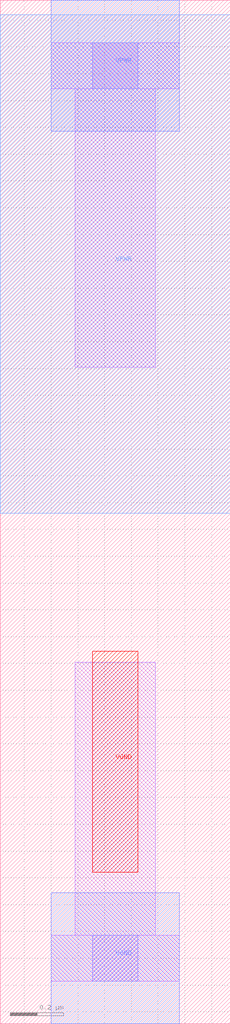
<source format=lef>
# Copyright 2020 The SkyWater PDK Authors
#
# Licensed under the Apache License, Version 2.0 (the "License");
# you may not use this file except in compliance with the License.
# You may obtain a copy of the License at
#
#     https://www.apache.org/licenses/LICENSE-2.0
#
# Unless required by applicable law or agreed to in writing, software
# distributed under the License is distributed on an "AS IS" BASIS,
# WITHOUT WARRANTIES OR CONDITIONS OF ANY KIND, either express or implied.
# See the License for the specific language governing permissions and
# limitations under the License.
#
# SPDX-License-Identifier: Apache-2.0

VERSION 5.7 ;
  NOWIREEXTENSIONATPIN ON ;
  DIVIDERCHAR "/" ;
  BUSBITCHARS "[]" ;
MACRO sky130_fd_sc_ls__latchupcell
  CLASS BLOCK ;
  FOREIGN sky130_fd_sc_ls__latchupcell ;
  ORIGIN  0.190000  0.245000 ;
  SIZE  0.860000 BY  3.820000 ;
  PIN VGND
    USE GROUND ;
    PORT
      LAYER met1 ;
        RECT 0.000000 -0.245000 0.480000 0.245000 ;
      LAYER pwell ;
        RECT 0.155000 0.320000 0.325000 1.145000 ;
    END
  END VGND
  PIN VPWR
    USE POWER ;
    PORT
      LAYER met1 ;
        RECT 0.000000 3.085000 0.480000 3.575000 ;
      LAYER nwell ;
        RECT -0.190000 1.660000 0.670000 3.520000 ;
    END
  END VPWR
  OBS
    LAYER li1 ;
      RECT 0.000000 -0.085000 0.480000 0.085000 ;
      RECT 0.000000  3.245000 0.480000 3.415000 ;
      RECT 0.090000  0.085000 0.390000 1.105000 ;
      RECT 0.090000  2.205000 0.390000 3.245000 ;
    LAYER mcon ;
      RECT 0.155000 -0.085000 0.325000 0.085000 ;
      RECT 0.155000  3.245000 0.325000 3.415000 ;
  END
END sky130_fd_sc_ls__latchupcell
END LIBRARY

</source>
